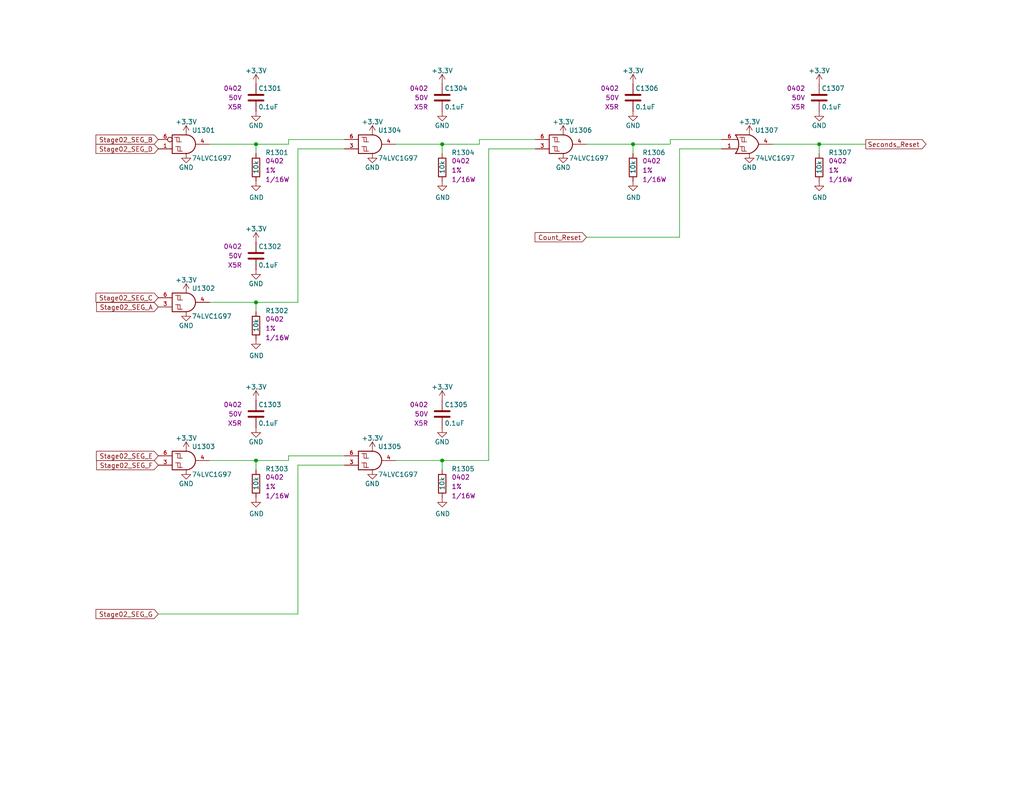
<source format=kicad_sch>
(kicad_sch (version 20231120) (generator "eeschema") (generator_version "8.0")
  (paper "A")
  (title_block (title "Stopwatch") (date "2024-01-11") (rev "A") (company "Drew Maatman"))
  (lib_symbols
    (symbol "Custom Library:74LVC1G97_Power_AND" (pin_names (offset 1.016) hide)
      (property "Reference" "U" (at 1.524 3.81 0))
      (property "Value" "74LVC1G97_Power_AND" (at 1.524 -3.81 0))
      (symbol "74LVC1G97_Power_AND_1_1"
        (arc (start 0 -2.54) (mid 2.529 0) (end 0 2.54) (stroke (width 0.254)))
        (polyline (pts (xy -2.286 -0.635) (xy -1.651 -0.635) (xy -1.651 -1.905)))
        (polyline (pts (xy -2.286 1.905) (xy -1.651 1.905) (xy -1.651 0.635)))
        (polyline (pts (xy -2.921 -0.635) (xy -2.286 -0.635) (xy -2.286 -1.905) (xy -1.016 -1.905)))
        (polyline (pts (xy -2.921 1.905) (xy -2.286 1.905) (xy -2.286 0.635) (xy -1.016 0.635)))
        (polyline (pts (xy 0 -2.54) (xy -3.81 -2.54) (xy -3.81 2.54) (xy 0 2.54)) (stroke (width 0.254)))
        (pin power_in line (at 0 -2.54 270) (length 0) (name "GND") (number "1"))
        (pin power_in line (at 0 -2.54 270) (length 0) (name "GND") (number "2"))
        (pin input line (at -7.62 -1.27 0) (length 3.81) (name "~") (number "3"))
        (pin output line (at 6.35 0 180) (length 3.81) (name "~") (number "4"))
        (pin power_in line (at 0 2.54 90) (length 0) (name "VCC") (number "5"))
        (pin input line (at -7.62 1.27 0) (length 3.81) (name "~") (number "6"))
      )
    )
    (symbol "Custom Library:74LVC1G97_Power_AND_INV" (pin_names (offset 1.016) hide)
      (property "Reference" "U" (at 1.524 3.81 0))
      (property "Value" "74LVC1G97_Power_AND_INV" (at 1.524 -3.81 0))
      (symbol "74LVC1G97_Power_AND_INV_1_1"
        (arc (start 0 -2.54) (mid 2.529 0) (end 0 2.54) (stroke (width 0.254)))
        (polyline (pts (xy -2.54 1.905) (xy -1.905 1.905) (xy -1.905 0.635)))
        (polyline (pts (xy -2.286 -0.635) (xy -1.651 -0.635) (xy -1.651 -1.905)))
        (polyline (pts (xy -3.175 1.905) (xy -2.54 1.905) (xy -2.54 0.635) (xy -1.27 0.635)))
        (polyline (pts (xy -2.921 -0.635) (xy -2.286 -0.635) (xy -2.286 -1.905) (xy -1.016 -1.905)))
        (polyline (pts (xy 0 -2.54) (xy -3.81 -2.54) (xy -3.81 2.54) (xy 0 2.54)) (stroke (width 0.254)))
        (pin input line (at -7.62 -1.27 0) (length 3.81) (name "~") (number "1"))
        (pin power_in line (at 0 -2.54 270) (length 0) (name "GND") (number "2"))
        (pin power_in line (at 0 -2.54 270) (length 0) (name "GND") (number "3"))
        (pin output line (at 6.35 0 180) (length 3.81) (name "~") (number "4"))
        (pin power_in line (at 0 2.54 90) (length 0) (name "VCC") (number "5"))
        (pin input inverted (at -7.62 1.27 0) (length 3.81) (name "~") (number "6"))
      )
    )
    (symbol "Custom Library:74LVC1G97_Power_OR" (pin_names (offset 1.016) hide)
      (property "Reference" "U" (at 1.524 3.81 0))
      (property "Value" "74LVC1G97_Power_OR" (at 1.524 -3.81 0))
      (symbol "74LVC1G97_Power_OR_1_1"
        (arc (start -3.81 -2.54) (mid -2.919 0) (end -3.81 2.54) (stroke (width 0.254)))
        (arc (start 0 -2.54) (mid 1.5993 -1.6027) (end 2.54 0) (stroke (width 0.254)))
        (polyline (pts (xy 0 -2.54) (xy -3.81 -2.54)) (stroke (width 0.254)) (fill (type background)))
        (polyline (pts (xy 0 2.54) (xy -3.81 2.54)) (stroke (width 0.254)) (fill (type background)))
        (polyline (pts (xy -2.032 -0.635) (xy -1.397 -0.635) (xy -1.397 -1.905)))
        (polyline (pts (xy -2.032 1.905) (xy -1.397 1.905) (xy -1.397 0.635)))
        (polyline (pts (xy -2.667 -0.635) (xy -2.032 -0.635) (xy -2.032 -1.905) (xy -0.762 -1.905)))
        (polyline (pts (xy -2.667 1.905) (xy -2.032 1.905) (xy -2.032 0.635) (xy -0.762 0.635)))
        (arc (start 2.54 0) (mid 1.6119 1.6152) (end 0 2.54) (stroke (width 0.254)))
        (pin input line (at -7.62 -1.27 0) (length 4.318) (name "~") (number "1"))
        (pin power_in line (at 0 -2.54 270) (length 0) (name "GND") (number "2"))
        (pin power_in line (at 0 2.54 90) (length 0) (name "VCC") (number "3"))
        (pin output line (at 6.35 0 180) (length 3.81) (name "~") (number "4"))
        (pin power_in line (at 0 2.54 90) (length 0) (name "VCC") (number "5"))
        (pin input line (at -7.62 1.27 0) (length 4.318) (name "~") (number "6"))
      )
    )
    (symbol "Custom_Library:C_Custom" (pin_numbers hide) (pin_names (offset 0.254))
      (property "Reference" "C" (at 0.635 2.54 0))
      (property "Value" "C_Custom" (at 0.635 -2.54 0))
      (property "display_footprint" "Foot" (at -3.81 2.54 0))
      (property "Voltage" "V" (at -3.81 0 0))
      (property "Dielectric" "Er" (at -3.81 -2.54 0))
      (symbol "C_Custom_0_1"
        (polyline (pts (xy -2.032 -0.762) (xy 2.032 -0.762)) (stroke (width 0.508)))
        (polyline (pts (xy -2.032 0.762) (xy 2.032 0.762)) (stroke (width 0.508)))
      )
      (symbol "C_Custom_1_1"
        (pin passive line (at 0 3.81 270) (length 2.794) (name "~") (number "1"))
        (pin passive line (at 0 -3.81 90) (length 2.794) (name "~") (number "2"))
      )
    )
    (symbol "Custom_Library:R_Custom" (pin_numbers hide) (pin_names (offset 1.016) hide)
      (property "Reference" "R" (at -2.54 0 90))
      (property "Value" "R_Custom" (at 0 0 90))
      (property "display_footprint" "Foot" (at 2.54 0 90))
      (property "Tolerance" "Tol" (at 5.08 0 90))
      (property "Wattage" "W" (at 7.62 0 90))
      (symbol "R_Custom_0_1"
        (rectangle (start 1.016 2.54) (end -1.016 -2.54) (stroke (width 0.254)))
      )
      (symbol "R_Custom_1_1"
        (pin passive line (at 0 3.81 270) (length 1.27) (name "1") (number "1"))
        (pin passive line (at 0 -3.81 90) (length 1.27) (name "2") (number "2"))
      )
    )
    (symbol "power:+3.3V" (power) (pin_names (offset 0))
      (property "Value" "+3.3V" (at 0 3.556 0))
      (symbol "+3.3V_0_1"
        (polyline (pts (xy -0.762 1.27) (xy 0 2.54)))
        (polyline (pts (xy 0 0) (xy 0 2.54)))
        (polyline (pts (xy 0 2.54) (xy 0.762 1.27)))
      )
      (symbol "+3.3V_1_1"
        (pin power_in line (at 0 0 90) (length 0) hide (name "+3.3V") (number "1"))
      )
    )
    (symbol "power:GND" (power) (pin_names (offset 0))
      (property "Value" "GND" (at 0 -3.81 0))
      (symbol "GND_0_1"
        (polyline (pts (xy 0 0) (xy 0 -1.27) (xy 1.27 -1.27) (xy 0 -2.54) (xy -1.27 -1.27) (xy 0 -1.27)))
      )
      (symbol "GND_1_1"
        (pin power_in line (at 0 0 270) (length 0) hide (name "GND") (number "1"))
      )
    )
  )
  (junction (at 223.52 39.37))
  (junction (at 120.65 125.73))
  (junction (at 69.85 82.55))
  (junction (at 172.72 39.37))
  (junction (at 120.65 39.37))
  (junction (at 69.85 39.37))
  (junction (at 69.85 125.73))
  (wire (pts (xy 182.88 38.1) (xy 196.85 38.1)))
  (wire (pts (xy 185.42 40.64) (xy 196.85 40.64)))
  (wire (pts (xy 81.28 167.64) (xy 81.28 127)))
  (wire (pts (xy 160.02 64.77) (xy 185.42 64.77)))
  (wire (pts (xy 69.85 39.37) (xy 69.85 41.91)))
  (wire (pts (xy 223.52 39.37) (xy 236.22 39.37)))
  (wire (pts (xy 182.88 38.1) (xy 182.88 39.37)))
  (wire (pts (xy 69.85 39.37) (xy 78.74 39.37)))
  (wire (pts (xy 57.15 82.55) (xy 69.85 82.55)))
  (wire (pts (xy 78.74 39.37) (xy 78.74 38.1)))
  (wire (pts (xy 93.98 124.46) (xy 78.74 124.46)))
  (wire (pts (xy 107.95 125.73) (xy 120.65 125.73)))
  (wire (pts (xy 223.52 39.37) (xy 223.52 41.91)))
  (wire (pts (xy 120.65 39.37) (xy 130.81 39.37)))
  (wire (pts (xy 172.72 39.37) (xy 172.72 41.91)))
  (wire (pts (xy 133.35 125.73) (xy 120.65 125.73)))
  (wire (pts (xy 120.65 125.73) (xy 120.65 128.27)))
  (wire (pts (xy 210.82 39.37) (xy 223.52 39.37)))
  (wire (pts (xy 81.28 40.64) (xy 81.28 82.55)))
  (wire (pts (xy 130.81 39.37) (xy 130.81 38.1)))
  (wire (pts (xy 78.74 125.73) (xy 69.85 125.73)))
  (wire (pts (xy 69.85 125.73) (xy 69.85 128.27)))
  (wire (pts (xy 182.88 39.37) (xy 172.72 39.37)))
  (wire (pts (xy 107.95 39.37) (xy 120.65 39.37)))
  (wire (pts (xy 57.15 39.37) (xy 69.85 39.37)))
  (wire (pts (xy 78.74 124.46) (xy 78.74 125.73)))
  (wire (pts (xy 120.65 39.37) (xy 120.65 41.91)))
  (wire (pts (xy 81.28 82.55) (xy 69.85 82.55)))
  (wire (pts (xy 93.98 40.64) (xy 81.28 40.64)))
  (wire (pts (xy 160.02 39.37) (xy 172.72 39.37)))
  (wire (pts (xy 78.74 38.1) (xy 93.98 38.1)))
  (wire (pts (xy 185.42 64.77) (xy 185.42 40.64)))
  (wire (pts (xy 130.81 38.1) (xy 146.05 38.1)))
  (wire (pts (xy 43.18 167.64) (xy 81.28 167.64)))
  (wire (pts (xy 81.28 127) (xy 93.98 127)))
  (wire (pts (xy 133.35 40.64) (xy 133.35 125.73)))
  (wire (pts (xy 69.85 82.55) (xy 69.85 85.09)))
  (wire (pts (xy 146.05 40.64) (xy 133.35 40.64)))
  (wire (pts (xy 57.15 125.73) (xy 69.85 125.73)))
  (global_label "Stage02_SEG_E" (shape input) (at 43.18 124.46 180) (property "Intersheetrefs" "${INTERSHEET_REFS}" (effects (hide yes))))
  (global_label "Count_Reset" (shape input) (at 160.02 64.77 180) (property "Intersheetrefs" "${INTERSHEET_REFS}" (effects (hide yes))))
  (global_label "Seconds_Reset" (shape output) (at 236.22 39.37 0) (property "Intersheetrefs" "${INTERSHEET_REFS}" (effects (hide yes))))
  (global_label "Stage02_SEG_A" (shape input) (at 43.18 83.82 180) (property "Intersheetrefs" "${INTERSHEET_REFS}" (effects (hide yes))))
  (global_label "Stage02_SEG_D" (shape input) (at 43.18 40.64 180) (property "Intersheetrefs" "${INTERSHEET_REFS}" (effects (hide yes))))
  (global_label "Stage02_SEG_F" (shape input) (at 43.18 127 180) (property "Intersheetrefs" "${INTERSHEET_REFS}" (effects (hide yes))))
  (global_label "Stage02_SEG_G" (shape input) (at 43.18 167.64 180) (property "Intersheetrefs" "${INTERSHEET_REFS}" (effects (hide yes))))
  (global_label "Stage02_SEG_C" (shape input) (at 43.18 81.28 180) (property "Intersheetrefs" "${INTERSHEET_REFS}" (effects (hide yes))))
  (global_label "Stage02_SEG_B" (shape input) (at 43.18 38.1 180) (property "Intersheetrefs" "${INTERSHEET_REFS}" (effects (hide yes))))
  (symbol (lib_id "Custom_Library:C_Custom") (at 172.72 26.67 0) (unit 1)
    (property "Reference" "C1306" (at 173.355 24.13 0) (effects (justify left)))
    (property "Value" "0.1uF" (at 173.355 29.21 0) (effects (justify left)))
    (property "Footprint" "Capacitors_SMD:C_0402" (effects (hide yes)))
    (property "display_footprint" "0402" (at 168.91 24.13 0) (effects (justify right)))
    (property "Voltage" "50V" (at 168.91 26.67 0) (effects (justify right)))
    (property "Dielectric" "X5R" (at 168.91 29.21 0) (effects (justify right)))
    (property "Digi-Key PN" "490-10697-1-ND" (effects (hide yes)))
  )
  (symbol (lib_id "Custom_Library:R_Custom") (at 69.85 88.9 0) (unit 1)
    (property "Reference" "R1302" (at 72.39 84.836 0) (effects (justify left)))
    (property "Value" "10k" (at 69.85 90.678 90) (effects (justify left)))
    (property "Footprint" "Resistors_SMD:R_0402" (effects (hide yes)))
    (property "display_footprint" "0402" (at 72.39 87.122 0) (effects (justify left)))
    (property "Tolerance" "1%" (at 72.39 89.662 0) (effects (justify left)))
    (property "Wattage" "1/16W" (at 72.39 92.202 0) (effects (justify left)))
    (property "Digi-Key PN" "RMCF0402FT10K0CT-ND" (effects (hide yes)))
  )
  (symbol (lib_id "power:GND") (at 120.65 135.89 0) (unit 1)
    (property "Reference" "#PWR01325" (effects (hide yes)))
    (property "Value" "GND" (at 120.777 140.2842 0))
  )
  (symbol (lib_id "power:GND") (at 50.8 85.09 0) (unit 1)
    (property "Reference" "#PWR01304" (effects (hide yes)))
    (property "Value" "GND" (at 50.8 88.9 0))
  )
  (symbol (lib_id "Custom Library:74LVC1G97_Power_OR") (at 204.47 39.37 0) (unit 1)
    (property "Reference" "U1307" (at 205.994 35.56 0) (effects (justify left)))
    (property "Value" "74LVC1G97" (at 205.994 43.18 0) (effects (justify left)))
    (property "Footprint" "Package_SON:Fairchild_MicroPak2-6_1.0x1.0mm_P0.35mm" (effects (hide yes)))
    (property "Datasheet" "http://www.ti.com/lit/ds/symlink/sn74lvc1g97.pdf" (effects (hide yes)))
    (property "Digi-Key PN" "296-29875-1-ND" (effects (hide yes)))
  )
  (symbol (lib_id "power:+3.3V") (at 223.52 22.86 0) (unit 1)
    (property "Reference" "#PWR01333" (effects (hide yes)))
    (property "Value" "+3.3V" (at 223.52 19.304 0))
  )
  (symbol (lib_id "Custom_Library:R_Custom") (at 120.65 45.72 0) (unit 1)
    (property "Reference" "R1304" (at 123.19 41.656 0) (effects (justify left)))
    (property "Value" "10k" (at 120.65 47.498 90) (effects (justify left)))
    (property "Footprint" "Resistors_SMD:R_0402" (effects (hide yes)))
    (property "display_footprint" "0402" (at 123.19 43.942 0) (effects (justify left)))
    (property "Tolerance" "1%" (at 123.19 46.482 0) (effects (justify left)))
    (property "Wattage" "1/16W" (at 123.19 49.022 0) (effects (justify left)))
    (property "Digi-Key PN" "RMCF0402FT10K0CT-ND" (effects (hide yes)))
  )
  (symbol (lib_id "power:+3.3V") (at 69.85 66.04 0) (unit 1)
    (property "Reference" "#PWR01310" (effects (hide yes)))
    (property "Value" "+3.3V" (at 69.85 62.484 0))
  )
  (symbol (lib_id "Custom_Library:C_Custom") (at 69.85 69.85 0) (unit 1)
    (property "Reference" "C1302" (at 70.485 67.31 0) (effects (justify left)))
    (property "Value" "0.1uF" (at 70.485 72.39 0) (effects (justify left)))
    (property "Footprint" "Capacitors_SMD:C_0402" (effects (hide yes)))
    (property "display_footprint" "0402" (at 66.04 67.31 0) (effects (justify right)))
    (property "Voltage" "50V" (at 66.04 69.85 0) (effects (justify right)))
    (property "Dielectric" "X5R" (at 66.04 72.39 0) (effects (justify right)))
    (property "Digi-Key PN" "490-10697-1-ND" (effects (hide yes)))
  )
  (symbol (lib_id "power:GND") (at 120.65 49.53 0) (unit 1)
    (property "Reference" "#PWR01322" (effects (hide yes)))
    (property "Value" "GND" (at 120.777 53.9242 0))
  )
  (symbol (lib_id "Custom_Library:C_Custom") (at 120.65 113.03 0) (unit 1)
    (property "Reference" "C1305" (at 121.285 110.49 0) (effects (justify left)))
    (property "Value" "0.1uF" (at 121.285 115.57 0) (effects (justify left)))
    (property "Footprint" "Capacitors_SMD:C_0402" (effects (hide yes)))
    (property "display_footprint" "0402" (at 116.84 110.49 0) (effects (justify right)))
    (property "Voltage" "50V" (at 116.84 113.03 0) (effects (justify right)))
    (property "Dielectric" "X5R" (at 116.84 115.57 0) (effects (justify right)))
    (property "Digi-Key PN" "490-10697-1-ND" (effects (hide yes)))
  )
  (symbol (lib_id "power:GND") (at 101.6 41.91 0) (unit 1)
    (property "Reference" "#PWR01317" (effects (hide yes)))
    (property "Value" "GND" (at 101.6 45.72 0))
  )
  (symbol (lib_id "power:+3.3V") (at 50.8 80.01 0) (unit 1)
    (property "Reference" "#PWR01303" (effects (hide yes)))
    (property "Value" "+3.3V" (at 50.8 76.454 0))
  )
  (symbol (lib_id "Custom_Library:C_Custom") (at 69.85 113.03 0) (unit 1)
    (property "Reference" "C1303" (at 70.485 110.49 0) (effects (justify left)))
    (property "Value" "0.1uF" (at 70.485 115.57 0) (effects (justify left)))
    (property "Footprint" "Capacitors_SMD:C_0402" (effects (hide yes)))
    (property "display_footprint" "0402" (at 66.04 110.49 0) (effects (justify right)))
    (property "Voltage" "50V" (at 66.04 113.03 0) (effects (justify right)))
    (property "Dielectric" "X5R" (at 66.04 115.57 0) (effects (justify right)))
    (property "Digi-Key PN" "490-10697-1-ND" (effects (hide yes)))
  )
  (symbol (lib_id "power:+3.3V") (at 101.6 123.19 0) (unit 1)
    (property "Reference" "#PWR01318" (effects (hide yes)))
    (property "Value" "+3.3V" (at 101.6 119.634 0))
  )
  (symbol (lib_id "power:GND") (at 69.85 92.71 0) (unit 1)
    (property "Reference" "#PWR01312" (effects (hide yes)))
    (property "Value" "GND" (at 69.977 97.1042 0))
  )
  (symbol (lib_id "power:GND") (at 50.8 128.27 0) (unit 1)
    (property "Reference" "#PWR01306" (effects (hide yes)))
    (property "Value" "GND" (at 50.8 132.08 0))
  )
  (symbol (lib_id "power:GND") (at 69.85 135.89 0) (unit 1)
    (property "Reference" "#PWR01315" (effects (hide yes)))
    (property "Value" "GND" (at 69.977 140.2842 0))
  )
  (symbol (lib_id "power:GND") (at 69.85 73.66 0) (unit 1)
    (property "Reference" "#PWR01311" (effects (hide yes)))
    (property "Value" "GND" (at 69.85 77.47 0))
  )
  (symbol (lib_id "Custom Library:74LVC1G97_Power_AND") (at 153.67 39.37 0) (unit 1)
    (property "Reference" "U1306" (at 155.194 35.56 0) (effects (justify left)))
    (property "Value" "74LVC1G97" (at 155.194 43.18 0) (effects (justify left)))
    (property "Footprint" "Package_SON:Fairchild_MicroPak2-6_1.0x1.0mm_P0.35mm" (effects (hide yes)))
    (property "Datasheet" "http://www.ti.com/lit/ds/symlink/sn74lvc1g97.pdf" (effects (hide yes)))
    (property "Digi-Key PN" "296-29875-1-ND" (effects (hide yes)))
  )
  (symbol (lib_id "power:GND") (at 223.52 49.53 0) (unit 1)
    (property "Reference" "#PWR01335" (effects (hide yes)))
    (property "Value" "GND" (at 223.647 53.9242 0))
  )
  (symbol (lib_id "Custom_Library:C_Custom") (at 120.65 26.67 0) (unit 1)
    (property "Reference" "C1304" (at 121.285 24.13 0) (effects (justify left)))
    (property "Value" "0.1uF" (at 121.285 29.21 0) (effects (justify left)))
    (property "Footprint" "Capacitors_SMD:C_0402" (effects (hide yes)))
    (property "display_footprint" "0402" (at 116.84 24.13 0) (effects (justify right)))
    (property "Voltage" "50V" (at 116.84 26.67 0) (effects (justify right)))
    (property "Dielectric" "X5R" (at 116.84 29.21 0) (effects (justify right)))
    (property "Digi-Key PN" "490-10697-1-ND" (effects (hide yes)))
  )
  (symbol (lib_id "power:+3.3V") (at 69.85 109.22 0) (unit 1)
    (property "Reference" "#PWR01313" (effects (hide yes)))
    (property "Value" "+3.3V" (at 69.85 105.664 0))
  )
  (symbol (lib_id "power:+3.3V") (at 204.47 36.83 0) (unit 1)
    (property "Reference" "#PWR01331" (effects (hide yes)))
    (property "Value" "+3.3V" (at 204.47 33.274 0))
  )
  (symbol (lib_id "Custom_Library:C_Custom") (at 69.85 26.67 0) (unit 1)
    (property "Reference" "C1301" (at 70.485 24.13 0) (effects (justify left)))
    (property "Value" "0.1uF" (at 70.485 29.21 0) (effects (justify left)))
    (property "Footprint" "Capacitors_SMD:C_0402" (effects (hide yes)))
    (property "display_footprint" "0402" (at 66.04 24.13 0) (effects (justify right)))
    (property "Voltage" "50V" (at 66.04 26.67 0) (effects (justify right)))
    (property "Dielectric" "X5R" (at 66.04 29.21 0) (effects (justify right)))
    (property "Digi-Key PN" "490-10697-1-ND" (effects (hide yes)))
  )
  (symbol (lib_id "Custom Library:74LVC1G97_Power_AND") (at 50.8 82.55 0) (unit 1)
    (property "Reference" "U1302" (at 52.324 78.74 0) (effects (justify left)))
    (property "Value" "74LVC1G97" (at 52.324 86.36 0) (effects (justify left)))
    (property "Footprint" "Package_SON:Fairchild_MicroPak2-6_1.0x1.0mm_P0.35mm" (effects (hide yes)))
    (property "Datasheet" "http://www.ti.com/lit/ds/symlink/sn74lvc1g97.pdf" (effects (hide yes)))
    (property "Digi-Key PN" "296-29875-1-ND" (effects (hide yes)))
  )
  (symbol (lib_id "power:GND") (at 120.65 116.84 0) (unit 1)
    (property "Reference" "#PWR01324" (effects (hide yes)))
    (property "Value" "GND" (at 120.65 120.65 0))
  )
  (symbol (lib_id "power:+3.3V") (at 153.67 36.83 0) (unit 1)
    (property "Reference" "#PWR01326" (effects (hide yes)))
    (property "Value" "+3.3V" (at 153.67 33.274 0))
  )
  (symbol (lib_id "Custom_Library:C_Custom") (at 223.52 26.67 0) (unit 1)
    (property "Reference" "C1307" (at 224.155 24.13 0) (effects (justify left)))
    (property "Value" "0.1uF" (at 224.155 29.21 0) (effects (justify left)))
    (property "Footprint" "Capacitors_SMD:C_0402" (effects (hide yes)))
    (property "display_footprint" "0402" (at 219.71 24.13 0) (effects (justify right)))
    (property "Voltage" "50V" (at 219.71 26.67 0) (effects (justify right)))
    (property "Dielectric" "X5R" (at 219.71 29.21 0) (effects (justify right)))
    (property "Digi-Key PN" "490-10697-1-ND" (effects (hide yes)))
  )
  (symbol (lib_id "power:+3.3V") (at 50.8 36.83 0) (unit 1)
    (property "Reference" "#PWR01301" (effects (hide yes)))
    (property "Value" "+3.3V" (at 50.8 33.274 0))
  )
  (symbol (lib_id "power:GND") (at 153.67 41.91 0) (unit 1)
    (property "Reference" "#PWR01327" (effects (hide yes)))
    (property "Value" "GND" (at 153.67 45.72 0))
  )
  (symbol (lib_id "power:GND") (at 69.85 30.48 0) (unit 1)
    (property "Reference" "#PWR01308" (effects (hide yes)))
    (property "Value" "GND" (at 69.85 34.29 0))
  )
  (symbol (lib_id "power:+3.3V") (at 172.72 22.86 0) (unit 1)
    (property "Reference" "#PWR01328" (effects (hide yes)))
    (property "Value" "+3.3V" (at 172.72 19.304 0))
  )
  (symbol (lib_id "power:GND") (at 223.52 30.48 0) (unit 1)
    (property "Reference" "#PWR01334" (effects (hide yes)))
    (property "Value" "GND" (at 223.52 34.29 0))
  )
  (symbol (lib_id "power:GND") (at 120.65 30.48 0) (unit 1)
    (property "Reference" "#PWR01321" (effects (hide yes)))
    (property "Value" "GND" (at 120.65 34.29 0))
  )
  (symbol (lib_id "power:GND") (at 204.47 41.91 0) (unit 1)
    (property "Reference" "#PWR01332" (effects (hide yes)))
    (property "Value" "GND" (at 204.47 45.72 0))
  )
  (symbol (lib_id "Custom Library:74LVC1G97_Power_AND") (at 50.8 125.73 0) (unit 1)
    (property "Reference" "U1303" (at 52.324 121.92 0) (effects (justify left)))
    (property "Value" "74LVC1G97" (at 52.324 129.54 0) (effects (justify left)))
    (property "Footprint" "Package_SON:Fairchild_MicroPak2-6_1.0x1.0mm_P0.35mm" (effects (hide yes)))
    (property "Datasheet" "http://www.ti.com/lit/ds/symlink/sn74lvc1g97.pdf" (effects (hide yes)))
    (property "Digi-Key PN" "296-29875-1-ND" (effects (hide yes)))
  )
  (symbol (lib_id "Custom Library:74LVC1G97_Power_AND_INV") (at 50.8 39.37 0) (unit 1)
    (property "Reference" "U1301" (at 52.324 35.56 0) (effects (justify left)))
    (property "Value" "74LVC1G97" (at 52.324 43.18 0) (effects (justify left)))
    (property "Footprint" "Package_SON:Fairchild_MicroPak2-6_1.0x1.0mm_P0.35mm" (effects (hide yes)))
    (property "Datasheet" "http://www.ti.com/lit/ds/symlink/sn74lvc1g97.pdf" (effects (hide yes)))
    (property "Digi-Key PN" "296-29875-1-ND" (effects (hide yes)))
  )
  (symbol (lib_id "power:GND") (at 69.85 116.84 0) (unit 1)
    (property "Reference" "#PWR01314" (effects (hide yes)))
    (property "Value" "GND" (at 69.85 120.65 0))
  )
  (symbol (lib_id "power:+3.3V") (at 101.6 36.83 0) (unit 1)
    (property "Reference" "#PWR01316" (effects (hide yes)))
    (property "Value" "+3.3V" (at 101.6 33.274 0))
  )
  (symbol (lib_id "power:+3.3V") (at 50.8 123.19 0) (unit 1)
    (property "Reference" "#PWR01305" (effects (hide yes)))
    (property "Value" "+3.3V" (at 50.8 119.634 0))
  )
  (symbol (lib_id "power:GND") (at 172.72 49.53 0) (unit 1)
    (property "Reference" "#PWR01330" (effects (hide yes)))
    (property "Value" "GND" (at 172.847 53.9242 0))
  )
  (symbol (lib_id "power:GND") (at 172.72 30.48 0) (unit 1)
    (property "Reference" "#PWR01329" (effects (hide yes)))
    (property "Value" "GND" (at 172.72 34.29 0))
  )
  (symbol (lib_id "Custom_Library:R_Custom") (at 69.85 45.72 0) (unit 1)
    (property "Reference" "R1301" (at 72.39 41.656 0) (effects (justify left)))
    (property "Value" "10k" (at 69.85 47.498 90) (effects (justify left)))
    (property "Footprint" "Resistors_SMD:R_0402" (effects (hide yes)))
    (property "display_footprint" "0402" (at 72.39 43.942 0) (effects (justify left)))
    (property "Tolerance" "1%" (at 72.39 46.482 0) (effects (justify left)))
    (property "Wattage" "1/16W" (at 72.39 49.022 0) (effects (justify left)))
    (property "Digi-Key PN" "RMCF0402FT10K0CT-ND" (effects (hide yes)))
  )
  (symbol (lib_id "power:+3.3V") (at 120.65 22.86 0) (unit 1)
    (property "Reference" "#PWR01320" (effects (hide yes)))
    (property "Value" "+3.3V" (at 120.65 19.304 0))
  )
  (symbol (lib_id "Custom_Library:R_Custom") (at 223.52 45.72 0) (unit 1)
    (property "Reference" "R1307" (at 226.06 41.656 0) (effects (justify left)))
    (property "Value" "10k" (at 223.52 47.498 90) (effects (justify left)))
    (property "Footprint" "Resistors_SMD:R_0402" (effects (hide yes)))
    (property "display_footprint" "0402" (at 226.06 43.942 0) (effects (justify left)))
    (property "Tolerance" "1%" (at 226.06 46.482 0) (effects (justify left)))
    (property "Wattage" "1/16W" (at 226.06 49.022 0) (effects (justify left)))
    (property "Digi-Key PN" "RMCF0402FT10K0CT-ND" (effects (hide yes)))
  )
  (symbol (lib_id "Custom_Library:R_Custom") (at 120.65 132.08 0) (unit 1)
    (property "Reference" "R1305" (at 123.19 128.016 0) (effects (justify left)))
    (property "Value" "10k" (at 120.65 133.858 90) (effects (justify left)))
    (property "Footprint" "Resistors_SMD:R_0402" (effects (hide yes)))
    (property "display_footprint" "0402" (at 123.19 130.302 0) (effects (justify left)))
    (property "Tolerance" "1%" (at 123.19 132.842 0) (effects (justify left)))
    (property "Wattage" "1/16W" (at 123.19 135.382 0) (effects (justify left)))
    (property "Digi-Key PN" "RMCF0402FT10K0CT-ND" (effects (hide yes)))
  )
  (symbol (lib_id "power:GND") (at 50.8 41.91 0) (unit 1)
    (property "Reference" "#PWR01302" (effects (hide yes)))
    (property "Value" "GND" (at 50.8 45.72 0))
  )
  (symbol (lib_id "Custom_Library:R_Custom") (at 172.72 45.72 0) (unit 1)
    (property "Reference" "R1306" (at 175.26 41.656 0) (effects (justify left)))
    (property "Value" "10k" (at 172.72 47.498 90) (effects (justify left)))
    (property "Footprint" "Resistors_SMD:R_0402" (effects (hide yes)))
    (property "display_footprint" "0402" (at 175.26 43.942 0) (effects (justify left)))
    (property "Tolerance" "1%" (at 175.26 46.482 0) (effects (justify left)))
    (property "Wattage" "1/16W" (at 175.26 49.022 0) (effects (justify left)))
    (property "Digi-Key PN" "RMCF0402FT10K0CT-ND" (effects (hide yes)))
  )
  (symbol (lib_id "power:+3.3V") (at 120.65 109.22 0) (unit 1)
    (property "Reference" "#PWR01323" (effects (hide yes)))
    (property "Value" "+3.3V" (at 120.65 105.664 0))
  )
  (symbol (lib_id "power:GND") (at 69.85 49.53 0) (unit 1)
    (property "Reference" "#PWR01309" (effects (hide yes)))
    (property "Value" "GND" (at 69.977 53.9242 0))
  )
  (symbol (lib_id "Custom Library:74LVC1G97_Power_AND") (at 101.6 39.37 0) (unit 1)
    (property "Reference" "U1304" (at 103.124 35.56 0) (effects (justify left)))
    (property "Value" "74LVC1G97" (at 103.124 43.18 0) (effects (justify left)))
    (property "Footprint" "Package_SON:Fairchild_MicroPak2-6_1.0x1.0mm_P0.35mm" (effects (hide yes)))
    (property "Datasheet" "http://www.ti.com/lit/ds/symlink/sn74lvc1g97.pdf" (effects (hide yes)))
    (property "Digi-Key PN" "296-29875-1-ND" (effects (hide yes)))
  )
  (symbol (lib_id "Custom Library:74LVC1G97_Power_AND") (at 101.6 125.73 0) (unit 1)
    (property "Reference" "U1305" (at 103.124 121.92 0) (effects (justify left)))
    (property "Value" "74LVC1G97" (at 103.124 129.54 0) (effects (justify left)))
    (property "Footprint" "Package_SON:Fairchild_MicroPak2-6_1.0x1.0mm_P0.35mm" (effects (hide yes)))
    (property "Datasheet" "http://www.ti.com/lit/ds/symlink/sn74lvc1g97.pdf" (effects (hide yes)))
    (property "Digi-Key PN" "296-29875-1-ND" (effects (hide yes)))
  )
  (symbol (lib_id "power:GND") (at 101.6 128.27 0) (unit 1)
    (property "Reference" "#PWR01319" (effects (hide yes)))
    (property "Value" "GND" (at 101.6 132.08 0))
  )
  (symbol (lib_id "power:+3.3V") (at 69.85 22.86 0) (unit 1)
    (property "Reference" "#PWR01307" (effects (hide yes)))
    (property "Value" "+3.3V" (at 69.85 19.304 0))
  )
  (symbol (lib_id "Custom_Library:R_Custom") (at 69.85 132.08 0) (unit 1)
    (property "Reference" "R1303" (at 72.39 128.016 0) (effects (justify left)))
    (property "Value" "10k" (at 69.85 133.858 90) (effects (justify left)))
    (property "Footprint" "Resistors_SMD:R_0402" (effects (hide yes)))
    (property "display_footprint" "0402" (at 72.39 130.302 0) (effects (justify left)))
    (property "Tolerance" "1%" (at 72.39 132.842 0) (effects (justify left)))
    (property "Wattage" "1/16W" (at 72.39 135.382 0) (effects (justify left)))
    (property "Digi-Key PN" "RMCF0402FT10K0CT-ND" (effects (hide yes)))
  )
)
</source>
